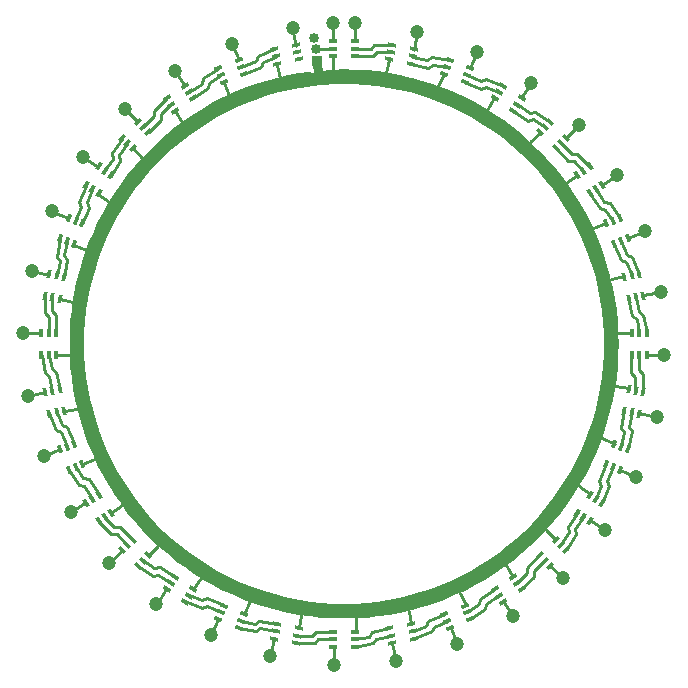
<source format=gbr>
%TF.GenerationSoftware,KiCad,Pcbnew,7.0.1-0*%
%TF.CreationDate,2023-11-10T13:36:55-08:00*%
%TF.ProjectId,ws2816b_ring_revA,77733238-3136-4625-9f72-696e675f7265,A*%
%TF.SameCoordinates,Original*%
%TF.FileFunction,Copper,L1,Top*%
%TF.FilePolarity,Positive*%
%FSLAX46Y46*%
G04 Gerber Fmt 4.6, Leading zero omitted, Abs format (unit mm)*
G04 Created by KiCad (PCBNEW 7.0.1-0) date 2023-11-10 13:36:55*
%MOMM*%
%LPD*%
G01*
G04 APERTURE LIST*
G04 Aperture macros list*
%AMHorizOval*
0 Thick line with rounded ends*
0 $1 width*
0 $2 $3 position (X,Y) of the first rounded end (center of the circle)*
0 $4 $5 position (X,Y) of the second rounded end (center of the circle)*
0 Add line between two ends*
20,1,$1,$2,$3,$4,$5,0*
0 Add two circle primitives to create the rounded ends*
1,1,$1,$2,$3*
1,1,$1,$4,$5*%
%AMRotRect*
0 Rectangle, with rotation*
0 The origin of the aperture is its center*
0 $1 length*
0 $2 width*
0 $3 Rotation angle, in degrees counterclockwise*
0 Add horizontal line*
21,1,$1,$2,0,0,$3*%
G04 Aperture macros list end*
%TA.AperFunction,SMDPad,CuDef*%
%ADD10RotRect,0.700000X0.320000X101.250000*%
%TD*%
%TA.AperFunction,SMDPad,CuDef*%
%ADD11RotRect,0.700000X0.320000X236.250000*%
%TD*%
%TA.AperFunction,SMDPad,CuDef*%
%ADD12R,0.700000X0.320000*%
%TD*%
%TA.AperFunction,SMDPad,CuDef*%
%ADD13RotRect,0.700000X0.320000X78.750000*%
%TD*%
%TA.AperFunction,SMDPad,CuDef*%
%ADD14RotRect,0.700000X0.320000X56.250000*%
%TD*%
%TA.AperFunction,SMDPad,CuDef*%
%ADD15RotRect,0.700000X0.320000X225.000000*%
%TD*%
%TA.AperFunction,SMDPad,CuDef*%
%ADD16RotRect,0.700000X0.320000X11.250000*%
%TD*%
%TA.AperFunction,SMDPad,CuDef*%
%ADD17RotRect,0.700000X0.320000X45.000000*%
%TD*%
%TA.AperFunction,SMDPad,CuDef*%
%ADD18RotRect,0.700000X0.320000X292.500000*%
%TD*%
%TA.AperFunction,SMDPad,CuDef*%
%ADD19RotRect,0.700000X0.320000X281.250000*%
%TD*%
%TA.AperFunction,SMDPad,CuDef*%
%ADD20RotRect,0.700000X0.320000X303.750000*%
%TD*%
%TA.AperFunction,SMDPad,CuDef*%
%ADD21RotRect,0.700000X0.320000X33.750000*%
%TD*%
%TA.AperFunction,SMDPad,CuDef*%
%ADD22RotRect,0.700000X0.320000X258.750000*%
%TD*%
%TA.AperFunction,SMDPad,CuDef*%
%ADD23R,0.320000X0.700000*%
%TD*%
%TA.AperFunction,SMDPad,CuDef*%
%ADD24RotRect,0.700000X0.320000X22.500000*%
%TD*%
%TA.AperFunction,SMDPad,CuDef*%
%ADD25RotRect,0.700000X0.320000X337.500000*%
%TD*%
%TA.AperFunction,SMDPad,CuDef*%
%ADD26RotRect,0.700000X0.320000X146.250000*%
%TD*%
%TA.AperFunction,SMDPad,CuDef*%
%ADD27RotRect,0.700000X0.320000X326.250000*%
%TD*%
%TA.AperFunction,SMDPad,CuDef*%
%ADD28RotRect,0.700000X0.320000X315.000000*%
%TD*%
%TA.AperFunction,SMDPad,CuDef*%
%ADD29RotRect,0.700000X0.320000X168.750000*%
%TD*%
%TA.AperFunction,SMDPad,CuDef*%
%ADD30RotRect,0.700000X0.320000X67.500000*%
%TD*%
%TA.AperFunction,SMDPad,CuDef*%
%ADD31RotRect,0.700000X0.320000X135.000000*%
%TD*%
%TA.AperFunction,SMDPad,CuDef*%
%ADD32RotRect,0.700000X0.320000X112.500000*%
%TD*%
%TA.AperFunction,SMDPad,CuDef*%
%ADD33RotRect,0.700000X0.320000X247.500000*%
%TD*%
%TA.AperFunction,SMDPad,CuDef*%
%ADD34RotRect,0.700000X0.320000X348.750000*%
%TD*%
%TA.AperFunction,SMDPad,CuDef*%
%ADD35RotRect,0.700000X0.320000X157.500000*%
%TD*%
%TA.AperFunction,SMDPad,CuDef*%
%ADD36RotRect,0.700000X0.320000X202.500000*%
%TD*%
%TA.AperFunction,SMDPad,CuDef*%
%ADD37RotRect,0.700000X0.320000X123.750000*%
%TD*%
%TA.AperFunction,SMDPad,CuDef*%
%ADD38RotRect,0.700000X0.320000X213.750000*%
%TD*%
%TA.AperFunction,ComponentPad*%
%ADD39RotRect,0.850000X0.850000X185.625000*%
%TD*%
%TA.AperFunction,ComponentPad*%
%ADD40HorizOval,0.850000X0.000000X0.000000X0.000000X0.000000X0*%
%TD*%
%TA.AperFunction,SMDPad,CuDef*%
%ADD41RotRect,0.700000X0.320000X191.250000*%
%TD*%
%TA.AperFunction,ViaPad*%
%ADD42C,1.200000*%
%TD*%
%TA.AperFunction,Conductor*%
%ADD43C,0.250000*%
%TD*%
%TA.AperFunction,Conductor*%
%ADD44C,0.750000*%
%TD*%
G04 APERTURE END LIST*
D10*
%TO.P,U24,1,BI*%
%TO.N,Net-(U23-BO)*%
X122366833Y-103957007D03*
%TO.P,U24,2,DI*%
%TO.N,Net-(U23-DO)*%
X122984727Y-103834100D03*
%TO.P,U24,3,VDD*%
%TO.N,+5V*%
X123602622Y-103711193D03*
%TO.P,U24,4,DO*%
%TO.N,Net-(U24-DO)*%
X123233901Y-101857509D03*
%TO.P,U24,5,BO*%
%TO.N,Net-(U24-BO)*%
X122616007Y-101980416D03*
%TO.P,U24,6,GND*%
%TO.N,GND*%
X121998112Y-102103323D03*
%TD*%
D11*
%TO.P,U12,1,BI*%
%TO.N,Net-(U11-BO)*%
X169155580Y-111483525D03*
%TO.P,U12,2,DI*%
%TO.N,Net-(U11-DO)*%
X168631754Y-111133516D03*
%TO.P,U12,3,VDD*%
%TO.N,+5V*%
X168107928Y-110783507D03*
%TO.P,U12,4,DO*%
%TO.N,Net-(U12-DO)*%
X167057900Y-112354985D03*
%TO.P,U12,5,BO*%
%TO.N,Net-(U12-BO)*%
X167581726Y-112704994D03*
%TO.P,U12,6,GND*%
%TO.N,GND*%
X168105552Y-113055003D03*
%TD*%
D12*
%TO.P,U1,1,BI*%
%TO.N,GND*%
X146375000Y-72400000D03*
%TO.P,U1,2,DI*%
%TO.N,DIN*%
X146375000Y-73030000D03*
%TO.P,U1,3,VDD*%
%TO.N,+5V*%
X146375000Y-73660000D03*
%TO.P,U1,4,DO*%
%TO.N,Net-(U1-DO)*%
X148265000Y-73660000D03*
%TO.P,U1,5,BO*%
%TO.N,Net-(U1-BO)*%
X148265000Y-73030000D03*
%TO.P,U1,6,GND*%
%TO.N,GND*%
X148265000Y-72400000D03*
%TD*%
D13*
%TO.P,U26,1,BI*%
%TO.N,Net-(U25-BO)*%
X121998112Y-93956676D03*
%TO.P,U26,2,DI*%
%TO.N,Net-(U25-DO)*%
X122616007Y-94079583D03*
%TO.P,U26,3,VDD*%
%TO.N,+5V*%
X123233901Y-94202490D03*
%TO.P,U26,4,DO*%
%TO.N,Net-(U26-DO)*%
X123602622Y-92348806D03*
%TO.P,U26,5,BO*%
%TO.N,Net-(U26-BO)*%
X122984727Y-92225899D03*
%TO.P,U26,6,GND*%
%TO.N,GND*%
X122366833Y-92102992D03*
%TD*%
D14*
%TO.P,U28,1,BI*%
%TO.N,Net-(U27-BO)*%
X125484419Y-84576474D03*
%TO.P,U28,2,DI*%
%TO.N,Net-(U27-DO)*%
X126008245Y-84926483D03*
%TO.P,U28,3,VDD*%
%TO.N,+5V*%
X126532071Y-85276492D03*
%TO.P,U28,4,DO*%
%TO.N,Net-(U28-DO)*%
X127582099Y-83705014D03*
%TO.P,U28,5,BO*%
%TO.N,Net-(U28-BO)*%
X127058273Y-83355005D03*
%TO.P,U28,6,GND*%
%TO.N,GND*%
X126534447Y-83004996D03*
%TD*%
D15*
%TO.P,U13,1,BI*%
%TO.N,Net-(U12-BO)*%
X166111362Y-115484930D03*
%TO.P,U13,2,DI*%
%TO.N,Net-(U12-DO)*%
X165665885Y-115039453D03*
%TO.P,U13,3,VDD*%
%TO.N,+5V*%
X165220408Y-114593976D03*
%TO.P,U13,4,DO*%
%TO.N,Net-(U13-DO)*%
X163883976Y-115930408D03*
%TO.P,U13,5,BO*%
%TO.N,Net-(U13-BO)*%
X164329453Y-116375885D03*
%TO.P,U13,6,GND*%
%TO.N,GND*%
X164774930Y-116821362D03*
%TD*%
D16*
%TO.P,U32,1,BI*%
%TO.N,Net-(U31-BO)*%
X141392992Y-73076833D03*
%TO.P,U32,2,DI*%
%TO.N,Net-(U31-DO)*%
X141515899Y-73694727D03*
%TO.P,U32,3,VDD*%
%TO.N,+5V*%
X141638806Y-74312622D03*
%TO.P,U32,4,DO*%
%TO.N,unconnected-(U32-DO-Pad4)*%
X143492490Y-73943901D03*
%TO.P,U32,5,BO*%
%TO.N,unconnected-(U32-BO-Pad5)*%
X143369583Y-73326007D03*
%TO.P,U32,6,GND*%
%TO.N,GND*%
X143246676Y-72708112D03*
%TD*%
D17*
%TO.P,U29,1,BI*%
%TO.N,Net-(U28-BO)*%
X128528637Y-80575069D03*
%TO.P,U29,2,DI*%
%TO.N,Net-(U28-DO)*%
X128974114Y-81020546D03*
%TO.P,U29,3,VDD*%
%TO.N,+5V*%
X129419591Y-81466023D03*
%TO.P,U29,4,DO*%
%TO.N,Net-(U29-DO)*%
X130756023Y-80129591D03*
%TO.P,U29,5,BO*%
%TO.N,Net-(U29-BO)*%
X130310546Y-79684114D03*
%TO.P,U29,6,GND*%
%TO.N,GND*%
X129865069Y-79238637D03*
%TD*%
D18*
%TO.P,U7,1,BI*%
%TO.N,Net-(U6-BO)*%
X170637396Y-87348757D03*
%TO.P,U7,2,DI*%
%TO.N,Net-(U6-DO)*%
X170055352Y-87589848D03*
%TO.P,U7,3,VDD*%
%TO.N,+5V*%
X169473308Y-87830938D03*
%TO.P,U7,4,DO*%
%TO.N,Net-(U7-DO)*%
X170196580Y-89577071D03*
%TO.P,U7,5,BO*%
%TO.N,Net-(U7-BO)*%
X170778624Y-89335980D03*
%TO.P,U7,6,GND*%
%TO.N,GND*%
X171360668Y-89094890D03*
%TD*%
D19*
%TO.P,U8,1,BI*%
%TO.N,Net-(U7-BO)*%
X172273166Y-92102992D03*
%TO.P,U8,2,DI*%
%TO.N,Net-(U7-DO)*%
X171655272Y-92225899D03*
%TO.P,U8,3,VDD*%
%TO.N,+5V*%
X171037377Y-92348806D03*
%TO.P,U8,4,DO*%
%TO.N,Net-(U8-DO)*%
X171406098Y-94202490D03*
%TO.P,U8,5,BO*%
%TO.N,Net-(U8-BO)*%
X172023992Y-94079583D03*
%TO.P,U8,6,GND*%
%TO.N,GND*%
X172641887Y-93956676D03*
%TD*%
D20*
%TO.P,U6,1,BI*%
%TO.N,Net-(U5-BO)*%
X168105552Y-83004996D03*
%TO.P,U6,2,DI*%
%TO.N,Net-(U5-DO)*%
X167581726Y-83355005D03*
%TO.P,U6,3,VDD*%
%TO.N,+5V*%
X167057900Y-83705014D03*
%TO.P,U6,4,DO*%
%TO.N,Net-(U6-DO)*%
X168107928Y-85276492D03*
%TO.P,U6,5,BO*%
%TO.N,Net-(U6-BO)*%
X168631754Y-84926483D03*
%TO.P,U6,6,GND*%
%TO.N,GND*%
X169155580Y-84576474D03*
%TD*%
D21*
%TO.P,U30,1,BI*%
%TO.N,Net-(U29-BO)*%
X132294996Y-77244447D03*
%TO.P,U30,2,DI*%
%TO.N,Net-(U29-DO)*%
X132645005Y-77768273D03*
%TO.P,U30,3,VDD*%
%TO.N,+5V*%
X132995014Y-78292099D03*
%TO.P,U30,4,DO*%
%TO.N,Net-(U30-DO)*%
X134566492Y-77242071D03*
%TO.P,U30,5,BO*%
%TO.N,Net-(U30-BO)*%
X134216483Y-76718245D03*
%TO.P,U30,6,GND*%
%TO.N,GND*%
X133866474Y-76194419D03*
%TD*%
D22*
%TO.P,U10,1,BI*%
%TO.N,Net-(U10-BI)*%
X172641887Y-102103323D03*
%TO.P,U10,2,DI*%
%TO.N,Net-(U10-DI)*%
X172023992Y-101980416D03*
%TO.P,U10,3,VDD*%
%TO.N,+5V*%
X171406098Y-101857509D03*
%TO.P,U10,4,DO*%
%TO.N,Net-(U10-DO)*%
X171037377Y-103711193D03*
%TO.P,U10,5,BO*%
%TO.N,Net-(U10-BO)*%
X171655272Y-103834100D03*
%TO.P,U10,6,GND*%
%TO.N,GND*%
X172273166Y-103957007D03*
%TD*%
D23*
%TO.P,U9,1,BI*%
%TO.N,Net-(U8-BO)*%
X172950000Y-97085000D03*
%TO.P,U9,2,DI*%
%TO.N,Net-(U8-DO)*%
X172320000Y-97085000D03*
%TO.P,U9,3,VDD*%
%TO.N,+5V*%
X171690000Y-97085000D03*
%TO.P,U9,4,DO*%
%TO.N,Net-(U10-DI)*%
X171690000Y-98975000D03*
%TO.P,U9,5,BO*%
%TO.N,Net-(U10-BI)*%
X172320000Y-98975000D03*
%TO.P,U9,6,GND*%
%TO.N,GND*%
X172950000Y-98975000D03*
%TD*%
D24*
%TO.P,U31,1,BI*%
%TO.N,Net-(U30-BO)*%
X136638757Y-74712603D03*
%TO.P,U31,2,DI*%
%TO.N,Net-(U30-DO)*%
X136879848Y-75294647D03*
%TO.P,U31,3,VDD*%
%TO.N,+5V*%
X137120938Y-75876691D03*
%TO.P,U31,4,DO*%
%TO.N,Net-(U31-DO)*%
X138867071Y-75153419D03*
%TO.P,U31,5,BO*%
%TO.N,Net-(U31-BO)*%
X138625980Y-74571375D03*
%TO.P,U31,6,GND*%
%TO.N,GND*%
X138384890Y-73989331D03*
%TD*%
D25*
%TO.P,U3,1,BI*%
%TO.N,Net-(U2-BO)*%
X156255109Y-73989331D03*
%TO.P,U3,2,DI*%
%TO.N,Net-(U2-DO)*%
X156014019Y-74571375D03*
%TO.P,U3,3,VDD*%
%TO.N,+5V*%
X155772928Y-75153419D03*
%TO.P,U3,4,DO*%
%TO.N,Net-(U3-DO)*%
X157519061Y-75876691D03*
%TO.P,U3,5,BO*%
%TO.N,Net-(U3-BO)*%
X157760151Y-75294647D03*
%TO.P,U3,6,GND*%
%TO.N,GND*%
X158001242Y-74712603D03*
%TD*%
D26*
%TO.P,U20,1,BI*%
%TO.N,Net-(U19-BO)*%
X133866474Y-119865580D03*
%TO.P,U20,2,DI*%
%TO.N,Net-(U19-DO)*%
X134216483Y-119341754D03*
%TO.P,U20,3,VDD*%
%TO.N,+5V*%
X134566492Y-118817928D03*
%TO.P,U20,4,DO*%
%TO.N,Net-(U20-DO)*%
X132995014Y-117767900D03*
%TO.P,U20,5,BO*%
%TO.N,Net-(U20-BO)*%
X132645005Y-118291726D03*
%TO.P,U20,6,GND*%
%TO.N,GND*%
X132294996Y-118815552D03*
%TD*%
D27*
%TO.P,U4,1,BI*%
%TO.N,Net-(U3-BO)*%
X160773525Y-76194419D03*
%TO.P,U4,2,DI*%
%TO.N,Net-(U3-DO)*%
X160423516Y-76718245D03*
%TO.P,U4,3,VDD*%
%TO.N,+5V*%
X160073507Y-77242071D03*
%TO.P,U4,4,DO*%
%TO.N,Net-(U4-DO)*%
X161644985Y-78292099D03*
%TO.P,U4,5,BO*%
%TO.N,Net-(U4-BO)*%
X161994994Y-77768273D03*
%TO.P,U4,6,GND*%
%TO.N,GND*%
X162345003Y-77244447D03*
%TD*%
D28*
%TO.P,U5,1,BI*%
%TO.N,Net-(U4-BO)*%
X164774930Y-79238637D03*
%TO.P,U5,2,DI*%
%TO.N,Net-(U4-DO)*%
X164329453Y-79684114D03*
%TO.P,U5,3,VDD*%
%TO.N,+5V*%
X163883976Y-80129591D03*
%TO.P,U5,4,DO*%
%TO.N,Net-(U5-DO)*%
X165220408Y-81466023D03*
%TO.P,U5,5,BO*%
%TO.N,Net-(U5-BO)*%
X165665885Y-81020546D03*
%TO.P,U5,6,GND*%
%TO.N,GND*%
X166111362Y-80575069D03*
%TD*%
D29*
%TO.P,U18,1,BI*%
%TO.N,Net-(U17-BO)*%
X143246676Y-123351887D03*
%TO.P,U18,2,DI*%
%TO.N,Net-(U17-DO)*%
X143369583Y-122733992D03*
%TO.P,U18,3,VDD*%
%TO.N,+5V*%
X143492490Y-122116098D03*
%TO.P,U18,4,DO*%
%TO.N,Net-(U18-DO)*%
X141638806Y-121747377D03*
%TO.P,U18,5,BO*%
%TO.N,Net-(U18-BO)*%
X141515899Y-122365272D03*
%TO.P,U18,6,GND*%
%TO.N,GND*%
X141392992Y-122983166D03*
%TD*%
D30*
%TO.P,U27,1,BI*%
%TO.N,Net-(U26-BO)*%
X123279331Y-89094890D03*
%TO.P,U27,2,DI*%
%TO.N,Net-(U26-DO)*%
X123861375Y-89335980D03*
%TO.P,U27,3,VDD*%
%TO.N,+5V*%
X124443419Y-89577071D03*
%TO.P,U27,4,DO*%
%TO.N,Net-(U27-DO)*%
X125166691Y-87830938D03*
%TO.P,U27,5,BO*%
%TO.N,Net-(U27-BO)*%
X124584647Y-87589848D03*
%TO.P,U27,6,GND*%
%TO.N,GND*%
X124002603Y-87348757D03*
%TD*%
D12*
%TO.P,U17,1,BI*%
%TO.N,Net-(U16-BO)*%
X148265000Y-123660000D03*
%TO.P,U17,2,DI*%
%TO.N,Net-(U16-DO)*%
X148265000Y-123030000D03*
%TO.P,U17,3,VDD*%
%TO.N,+5V*%
X148265000Y-122400000D03*
%TO.P,U17,4,DO*%
%TO.N,Net-(U17-DO)*%
X146375000Y-122400000D03*
%TO.P,U17,5,BO*%
%TO.N,Net-(U17-BO)*%
X146375000Y-123030000D03*
%TO.P,U17,6,GND*%
%TO.N,GND*%
X146375000Y-123660000D03*
%TD*%
D31*
%TO.P,U21,1,BI*%
%TO.N,Net-(U20-BO)*%
X129865069Y-116821362D03*
%TO.P,U21,2,DI*%
%TO.N,Net-(U20-DO)*%
X130310546Y-116375885D03*
%TO.P,U21,3,VDD*%
%TO.N,+5V*%
X130756023Y-115930408D03*
%TO.P,U21,4,DO*%
%TO.N,Net-(U21-DO)*%
X129419591Y-114593976D03*
%TO.P,U21,5,BO*%
%TO.N,Net-(U21-BO)*%
X128974114Y-115039453D03*
%TO.P,U21,6,GND*%
%TO.N,GND*%
X128528637Y-115484930D03*
%TD*%
D32*
%TO.P,U23,1,BI*%
%TO.N,Net-(U22-BO)*%
X124002603Y-108711242D03*
%TO.P,U23,2,DI*%
%TO.N,Net-(U22-DO)*%
X124584647Y-108470151D03*
%TO.P,U23,3,VDD*%
%TO.N,+5V*%
X125166691Y-108229061D03*
%TO.P,U23,4,DO*%
%TO.N,Net-(U23-DO)*%
X124443419Y-106482928D03*
%TO.P,U23,5,BO*%
%TO.N,Net-(U23-BO)*%
X123861375Y-106724019D03*
%TO.P,U23,6,GND*%
%TO.N,GND*%
X123279331Y-106965109D03*
%TD*%
D33*
%TO.P,U11,1,BI*%
%TO.N,Net-(U10-BO)*%
X171360668Y-106965109D03*
%TO.P,U11,2,DI*%
%TO.N,Net-(U10-DO)*%
X170778624Y-106724019D03*
%TO.P,U11,3,VDD*%
%TO.N,+5V*%
X170196580Y-106482928D03*
%TO.P,U11,4,DO*%
%TO.N,Net-(U11-DO)*%
X169473308Y-108229061D03*
%TO.P,U11,5,BO*%
%TO.N,Net-(U11-BO)*%
X170055352Y-108470151D03*
%TO.P,U11,6,GND*%
%TO.N,GND*%
X170637396Y-108711242D03*
%TD*%
D34*
%TO.P,U2,1,BI*%
%TO.N,Net-(U1-BO)*%
X151393323Y-72708112D03*
%TO.P,U2,2,DI*%
%TO.N,Net-(U1-DO)*%
X151270416Y-73326007D03*
%TO.P,U2,3,VDD*%
%TO.N,+5V*%
X151147509Y-73943901D03*
%TO.P,U2,4,DO*%
%TO.N,Net-(U2-DO)*%
X153001193Y-74312622D03*
%TO.P,U2,5,BO*%
%TO.N,Net-(U2-BO)*%
X153124100Y-73694727D03*
%TO.P,U2,6,GND*%
%TO.N,GND*%
X153247007Y-73076833D03*
%TD*%
D23*
%TO.P,U25,1,BI*%
%TO.N,Net-(U24-BO)*%
X121690000Y-98975000D03*
%TO.P,U25,2,DI*%
%TO.N,Net-(U24-DO)*%
X122320000Y-98975000D03*
%TO.P,U25,3,VDD*%
%TO.N,+5V*%
X122950000Y-98975000D03*
%TO.P,U25,4,DO*%
%TO.N,Net-(U25-DO)*%
X122950000Y-97085000D03*
%TO.P,U25,5,BO*%
%TO.N,Net-(U25-BO)*%
X122320000Y-97085000D03*
%TO.P,U25,6,GND*%
%TO.N,GND*%
X121690000Y-97085000D03*
%TD*%
D35*
%TO.P,U19,1,BI*%
%TO.N,Net-(U18-BO)*%
X138384890Y-122070668D03*
%TO.P,U19,2,DI*%
%TO.N,Net-(U18-DO)*%
X138625980Y-121488624D03*
%TO.P,U19,3,VDD*%
%TO.N,+5V*%
X138867071Y-120906580D03*
%TO.P,U19,4,DO*%
%TO.N,Net-(U19-DO)*%
X137120938Y-120183308D03*
%TO.P,U19,5,BO*%
%TO.N,Net-(U19-BO)*%
X136879848Y-120765352D03*
%TO.P,U19,6,GND*%
%TO.N,GND*%
X136638757Y-121347396D03*
%TD*%
D36*
%TO.P,U15,1,BI*%
%TO.N,Net-(U14-BO)*%
X158001242Y-121347396D03*
%TO.P,U15,2,DI*%
%TO.N,Net-(U14-DO)*%
X157760151Y-120765352D03*
%TO.P,U15,3,VDD*%
%TO.N,+5V*%
X157519061Y-120183308D03*
%TO.P,U15,4,DO*%
%TO.N,Net-(U15-DO)*%
X155772928Y-120906580D03*
%TO.P,U15,5,BO*%
%TO.N,Net-(U15-BO)*%
X156014019Y-121488624D03*
%TO.P,U15,6,GND*%
%TO.N,GND*%
X156255109Y-122070668D03*
%TD*%
D37*
%TO.P,U22,1,BI*%
%TO.N,Net-(U21-BO)*%
X126534447Y-113055003D03*
%TO.P,U22,2,DI*%
%TO.N,Net-(U21-DO)*%
X127058273Y-112704994D03*
%TO.P,U22,3,VDD*%
%TO.N,+5V*%
X127582099Y-112354985D03*
%TO.P,U22,4,DO*%
%TO.N,Net-(U22-DO)*%
X126532071Y-110783507D03*
%TO.P,U22,5,BO*%
%TO.N,Net-(U22-BO)*%
X126008245Y-111133516D03*
%TO.P,U22,6,GND*%
%TO.N,GND*%
X125484419Y-111483525D03*
%TD*%
D38*
%TO.P,U14,1,BI*%
%TO.N,Net-(U13-BO)*%
X162345003Y-118815552D03*
%TO.P,U14,2,DI*%
%TO.N,Net-(U13-DO)*%
X161994994Y-118291726D03*
%TO.P,U14,3,VDD*%
%TO.N,+5V*%
X161644985Y-117767900D03*
%TO.P,U14,4,DO*%
%TO.N,Net-(U14-DO)*%
X160073507Y-118817928D03*
%TO.P,U14,5,BO*%
%TO.N,Net-(U14-BO)*%
X160423516Y-119341754D03*
%TO.P,U14,6,GND*%
%TO.N,GND*%
X160773525Y-119865580D03*
%TD*%
D39*
%TO.P,J1,1,Pin_1*%
%TO.N,+5V*%
X145004139Y-74087302D03*
D40*
%TO.P,J1,2,Pin_2*%
%TO.N,DIN*%
X144906122Y-73092117D03*
%TO.P,J1,3,Pin_3*%
%TO.N,GND*%
X144808105Y-72096933D03*
%TD*%
D41*
%TO.P,U16,1,BI*%
%TO.N,Net-(U15-BO)*%
X153247007Y-122983166D03*
%TO.P,U16,2,DI*%
%TO.N,Net-(U15-DO)*%
X153124100Y-122365272D03*
%TO.P,U16,3,VDD*%
%TO.N,+5V*%
X153001193Y-121747377D03*
%TO.P,U16,4,DO*%
%TO.N,Net-(U16-DO)*%
X151147509Y-122116098D03*
%TO.P,U16,5,BO*%
%TO.N,Net-(U16-BO)*%
X151270416Y-122733992D03*
%TO.P,U16,6,GND*%
%TO.N,GND*%
X151393323Y-123351887D03*
%TD*%
D42*
%TO.N,GND*%
X121870126Y-107504134D03*
X165821735Y-117892480D03*
X136060716Y-122701313D03*
X153523283Y-71633728D03*
X120171941Y-97071120D03*
X173768546Y-104190685D03*
X125233524Y-82224958D03*
X131426175Y-120062956D03*
X120877622Y-91866800D03*
X120519311Y-102420995D03*
X151693296Y-124850090D03*
X137808719Y-72607628D03*
X163159549Y-75970575D03*
X174124516Y-93639244D03*
X128799306Y-78131548D03*
X146368155Y-70896523D03*
X122587669Y-86814113D03*
X142950396Y-71295241D03*
X146427800Y-125176689D03*
X148271844Y-70879969D03*
X172764232Y-88492573D03*
X158551579Y-73309797D03*
X127448149Y-116584992D03*
X167197066Y-79520904D03*
X172055514Y-109285548D03*
X170426815Y-83766498D03*
X133011457Y-74928551D03*
X161616102Y-121097325D03*
X174429470Y-98988436D03*
X156911589Y-123451878D03*
X141066890Y-124481994D03*
X169409175Y-113820382D03*
X124209765Y-112296016D03*
%TD*%
D43*
%TO.N,+5V*%
X169469928Y-87803989D02*
X168405871Y-88244736D01*
X124430191Y-89630439D02*
X125494245Y-90071187D01*
X170212992Y-106469222D02*
X169148936Y-106028475D01*
X160037878Y-77228256D02*
X159398013Y-78185881D01*
X145211418Y-75335999D02*
X145131197Y-75271327D01*
X143469643Y-122125438D02*
X143694334Y-120995844D01*
X165197228Y-114585432D02*
X164382835Y-113771038D01*
X129423813Y-81438596D02*
X130238204Y-82252990D01*
X171027847Y-92321204D02*
X169898250Y-92545895D01*
X126491204Y-85346627D02*
X127448827Y-85986493D01*
X137120136Y-75901930D02*
X137560880Y-76965986D01*
X132978791Y-78293890D02*
X133618654Y-79251516D01*
X171411989Y-101787932D02*
X170282393Y-101563241D01*
X171649440Y-97091592D02*
X170497713Y-97091592D01*
X163890016Y-80145411D02*
X163075622Y-80959804D01*
X123615978Y-103739035D02*
X124745573Y-103514346D01*
X157600172Y-120157576D02*
X157159427Y-119093520D01*
X167061474Y-83733832D02*
X166103848Y-84373697D01*
X161648768Y-117731986D02*
X161008904Y-116774360D01*
X151120529Y-73990286D02*
X150895838Y-75119881D01*
X125164428Y-108192718D02*
X126228484Y-107751973D01*
X155735252Y-75152320D02*
X155294505Y-76216376D01*
X122951970Y-98967964D02*
X124103694Y-98967965D01*
X123234178Y-94269553D02*
X124363772Y-94494245D01*
X146375000Y-74811726D02*
X146385638Y-74822364D01*
X141632357Y-74391908D02*
X141857045Y-75521503D01*
X138877042Y-120858792D02*
X139317789Y-119794737D01*
X130755197Y-115960486D02*
X131569591Y-115146094D01*
X148324643Y-122396660D02*
X148324644Y-121244936D01*
X127575104Y-112328683D02*
X128532730Y-111688819D01*
X134547844Y-118805277D02*
X135187709Y-117847653D01*
X146375000Y-73660000D02*
X146375000Y-74811726D01*
X153011335Y-121753423D02*
X152786646Y-120623828D01*
D44*
X145004139Y-74087302D02*
X145131197Y-75271327D01*
D43*
X168151495Y-110698713D02*
X167193870Y-110058848D01*
%TO.N,DIN*%
X144968239Y-73030000D02*
X144906122Y-73092117D01*
X146375000Y-73030000D02*
X144968239Y-73030000D01*
%TO.N,GND*%
X153220027Y-73123217D02*
X153515235Y-71639105D01*
X166117402Y-80590889D02*
X167187387Y-79520903D01*
X123989379Y-87402126D02*
X122591372Y-86823052D01*
X146368155Y-70896523D02*
X146375000Y-70903368D01*
X128527813Y-115515005D02*
X127457825Y-116584993D01*
X146434643Y-123656657D02*
X146434643Y-125169848D01*
X148265000Y-72400000D02*
X148265000Y-70886813D01*
X160777307Y-119829663D02*
X161617991Y-121087834D01*
X138384091Y-74014574D02*
X137805018Y-72616566D01*
X172279057Y-103887430D02*
X173763170Y-104182638D01*
X141370145Y-122992504D02*
X141074936Y-124476619D01*
X169159153Y-84605292D02*
X170417322Y-83764609D01*
X143240231Y-72787402D02*
X142945022Y-71303285D01*
X146375000Y-70903368D02*
X146375000Y-72400000D01*
X133850255Y-76196214D02*
X133009571Y-74938040D01*
X170653807Y-108697535D02*
X172051811Y-109276607D01*
X148271844Y-71192611D02*
X148271844Y-70879969D01*
X123277072Y-106928764D02*
X121879065Y-107507837D01*
X156336220Y-122044933D02*
X156915293Y-123442938D01*
X132276349Y-118802897D02*
X131435665Y-120061069D01*
X122367114Y-92170054D02*
X120882998Y-91874845D01*
X164751749Y-116812817D02*
X165821736Y-117882803D01*
X168149117Y-112970208D02*
X169407288Y-113810891D01*
X136648729Y-121299605D02*
X136069656Y-122697611D01*
X172632357Y-93929075D02*
X174116469Y-93633866D01*
X148265000Y-70886813D02*
X148271844Y-70879969D01*
X157963565Y-74711504D02*
X158542637Y-73313501D01*
X171357288Y-89067941D02*
X172755290Y-88488868D01*
X121691974Y-97077962D02*
X120178783Y-97077962D01*
X151403464Y-123357930D02*
X151698673Y-124842045D01*
X122011472Y-102131162D02*
X120527356Y-102426371D01*
X125477428Y-111457220D02*
X124219255Y-112297904D01*
X172909439Y-98981593D02*
X174422627Y-98981592D01*
X162309374Y-77230633D02*
X163150056Y-75972463D01*
X126493585Y-83075132D02*
X125235412Y-82234447D01*
X148267092Y-71197363D02*
X148271844Y-71192611D01*
X129869295Y-79211212D02*
X128799307Y-78141223D01*
%TO.N,Net-(U1-DO)*%
X149777525Y-73660000D02*
X148265000Y-73660000D01*
X150111518Y-73326007D02*
X149777525Y-73660000D01*
X151270416Y-73326007D02*
X150111518Y-73326007D01*
%TO.N,Net-(U1-BO)*%
X149564456Y-73030000D02*
X149886344Y-72708112D01*
X149886344Y-72708112D02*
X151393323Y-72708112D01*
X148265000Y-73030000D02*
X149564456Y-73030000D01*
%TO.N,Net-(U2-DO)*%
X154457675Y-74654085D02*
X152974213Y-74359006D01*
X154850409Y-74391669D02*
X154457675Y-74654085D01*
X155987039Y-74617758D02*
X154850409Y-74391669D01*
%TO.N,Net-(U2-BO)*%
X154750107Y-73741717D02*
X156228130Y-74035714D01*
X154371607Y-73994623D02*
X154750107Y-73741717D01*
X153097120Y-73741112D02*
X154371607Y-73994623D01*
%TO.N,Net-(U3-DO)*%
X160385839Y-76717145D02*
X159315157Y-76273654D01*
X158878775Y-76454410D02*
X157481384Y-75875591D01*
X159315157Y-76273654D02*
X158878775Y-76454410D01*
%TO.N,Net-(U3-BO)*%
X159343582Y-75616623D02*
X160735849Y-76193319D01*
X157722475Y-75293548D02*
X158923015Y-75790828D01*
X158923015Y-75790828D02*
X159343582Y-75616623D01*
%TO.N,Net-(U4-DO)*%
X163330235Y-79026449D02*
X162866974Y-79118598D01*
X164293823Y-79670298D02*
X163330235Y-79026449D01*
X162866974Y-79118598D02*
X161609355Y-78278283D01*
%TO.N,Net-(U4-BO)*%
X163039822Y-78476397D02*
X163486294Y-78387588D01*
X163486294Y-78387588D02*
X164739301Y-79224821D01*
X161959365Y-77754459D02*
X163039822Y-78476397D01*
%TO.N,Net-(U5-DO)*%
X166768301Y-82551359D02*
X166295964Y-82551360D01*
X167587765Y-83370823D02*
X166768301Y-82551359D01*
X166295964Y-82551360D02*
X165226447Y-81481842D01*
%TO.N,Net-(U5-BO)*%
X167045997Y-81955219D02*
X168111592Y-83020814D01*
X166590778Y-81955219D02*
X167045997Y-81955219D01*
X165671925Y-81036366D02*
X166590778Y-81955219D01*
%TO.N,Net-(U6-DO)*%
X170058925Y-87618664D02*
X169415076Y-86655076D01*
X168951815Y-86562929D02*
X168111501Y-85305309D01*
X169415076Y-86655076D02*
X168951815Y-86562929D01*
%TO.N,Net-(U6-BO)*%
X169357265Y-86035758D02*
X169803738Y-86124567D01*
X169803738Y-86124567D02*
X170640970Y-87377574D01*
X168635327Y-84955301D02*
X169357265Y-86035758D01*
%TO.N,Net-(U7-DO)*%
X170772017Y-90947513D02*
X170193199Y-89550121D01*
X171651891Y-92198949D02*
X171208400Y-91128267D01*
X171208400Y-91128267D02*
X170772017Y-90947513D01*
%TO.N,Net-(U7-BO)*%
X171693091Y-90683776D02*
X172269786Y-92076043D01*
X171272523Y-90509571D02*
X171693091Y-90683776D01*
X170775243Y-89309032D02*
X171272523Y-90509571D01*
%TO.N,Net-(U8-DO)*%
X172310470Y-97057396D02*
X172084381Y-95920766D01*
X171691646Y-95658351D02*
X171396567Y-94174888D01*
X172084381Y-95920766D02*
X171691646Y-95658351D01*
%TO.N,Net-(U8-BO)*%
X172267973Y-95326468D02*
X172646474Y-95579374D01*
X172014462Y-94051982D02*
X172267973Y-95326468D01*
X172646474Y-95579374D02*
X172940470Y-97057397D01*
%TO.N,Net-(U10-DI)*%
X171983433Y-100828109D02*
X171649439Y-100494117D01*
X171983432Y-101987007D02*
X171983433Y-100828109D01*
X171649439Y-100494117D02*
X171649439Y-98981592D01*
%TO.N,Net-(U10-BI)*%
X172279439Y-98981593D02*
X172279439Y-100281047D01*
X172279439Y-100281047D02*
X172601328Y-100602936D01*
X172601328Y-100602936D02*
X172601327Y-102109915D01*
%TO.N,Net-(U10-DO)*%
X170784516Y-106654441D02*
X171010607Y-105517811D01*
X170748189Y-105125078D02*
X171043268Y-103641616D01*
X171010607Y-105517811D02*
X170748189Y-105125078D01*
%TO.N,Net-(U10-BO)*%
X171661162Y-103764524D02*
X171407651Y-105039009D01*
X171660558Y-105417510D02*
X171366560Y-106895533D01*
X171407651Y-105039009D02*
X171660558Y-105417510D01*
%TO.N,Net-(U11-DO)*%
X169091659Y-110049126D02*
X168910901Y-109612744D01*
X168648167Y-111119808D02*
X169091659Y-110049126D01*
X168910901Y-109612744D02*
X169489720Y-108215354D01*
%TO.N,Net-(U11-BO)*%
X169748689Y-110077552D02*
X169171992Y-111469819D01*
X169574483Y-109656984D02*
X169748689Y-110077552D01*
X170071763Y-108456445D02*
X169574483Y-109656984D01*
%TO.N,Net-(U12-DO)*%
X166353303Y-113991069D02*
X166261152Y-113527808D01*
X166261152Y-113527808D02*
X167101467Y-112270190D01*
X165709453Y-114954657D02*
X166353303Y-113991069D01*
%TO.N,Net-(U12-BO)*%
X166903353Y-113700656D02*
X166992163Y-114147129D01*
X166992163Y-114147129D02*
X166154929Y-115400136D01*
X167625291Y-112620200D02*
X166903353Y-113700656D01*
%TO.N,Net-(U13-DO)*%
X162791281Y-117463716D02*
X162791279Y-116991379D01*
X161971816Y-118283180D02*
X162791281Y-117463716D01*
X162791279Y-116991379D02*
X163860796Y-115921863D01*
%TO.N,Net-(U13-BO)*%
X163387420Y-117741413D02*
X162321824Y-118807007D01*
X164306272Y-116367341D02*
X163387419Y-117286193D01*
X163387419Y-117286193D02*
X163387420Y-117741413D01*
%TO.N,Net-(U14-DO)*%
X158819671Y-119622326D02*
X160077290Y-118782013D01*
X158727525Y-120085587D02*
X158819671Y-119622326D01*
X157763936Y-120729436D02*
X158727525Y-120085587D01*
%TO.N,Net-(U14-BO)*%
X159346841Y-120027776D02*
X159258033Y-120474249D01*
X160427298Y-119305839D02*
X159346841Y-120027776D01*
X159258033Y-120474249D02*
X158005025Y-121311481D01*
%TO.N,Net-(U15-DO)*%
X153205213Y-122339538D02*
X154275896Y-121896047D01*
X154275896Y-121896047D02*
X154456649Y-121459664D01*
X154456649Y-121459664D02*
X155854040Y-120880847D01*
%TO.N,Net-(U15-BO)*%
X156095129Y-121462891D02*
X154894590Y-121960170D01*
X154720386Y-122380738D02*
X153328118Y-122957433D01*
X154894590Y-121960170D02*
X154720386Y-122380738D01*
%TO.N,Net-(U16-DO)*%
X149674189Y-122417221D02*
X151157651Y-122122143D01*
X148275144Y-123036045D02*
X149411775Y-122809956D01*
X149411775Y-122809956D02*
X149674189Y-122417221D01*
%TO.N,Net-(U16-BO)*%
X150006071Y-122993548D02*
X149753166Y-123372049D01*
X151280556Y-122740038D02*
X150006071Y-122993548D01*
X149753166Y-123372049D02*
X148275142Y-123666045D01*
%TO.N,Net-(U17-DO)*%
X143429229Y-122730652D02*
X144588128Y-122730653D01*
X144588128Y-122730653D02*
X144922119Y-122396659D01*
X144922119Y-122396659D02*
X146434643Y-122396660D01*
%TO.N,Net-(U17-BO)*%
X145135188Y-123026659D02*
X144813301Y-123348548D01*
X144813301Y-123348548D02*
X143306321Y-123348547D01*
X146434641Y-123026660D02*
X145135188Y-123026659D01*
%TO.N,Net-(U18-DO)*%
X140132497Y-121461638D02*
X141615958Y-121756717D01*
X138603134Y-121497965D02*
X139739765Y-121724056D01*
X139739765Y-121724056D02*
X140132497Y-121461638D01*
%TO.N,Net-(U18-BO)*%
X140218565Y-122121100D02*
X139840066Y-122374007D01*
X141493049Y-122374612D02*
X140218565Y-122121100D01*
X139840066Y-122374007D02*
X138362042Y-122080009D01*
%TO.N,Net-(U19-DO)*%
X134226456Y-119293967D02*
X135297139Y-119737459D01*
X135733520Y-119556701D02*
X137130909Y-120135519D01*
X135297139Y-119737459D02*
X135733520Y-119556701D01*
%TO.N,Net-(U19-BO)*%
X136889817Y-120717563D02*
X135689279Y-120220283D01*
X135689279Y-120220283D02*
X135268713Y-120394489D01*
X135268713Y-120394489D02*
X133876445Y-119817792D01*
%TO.N,Net-(U20-DO)*%
X131718749Y-116914934D02*
X132976366Y-117755248D01*
X131255489Y-117007085D02*
X131718749Y-116914934D01*
X130291900Y-116363235D02*
X131255489Y-117007085D01*
%TO.N,Net-(U20-BO)*%
X131099429Y-117645945D02*
X129846421Y-116808711D01*
X132626355Y-118279073D02*
X131545900Y-117557135D01*
X131545900Y-117557135D02*
X131099429Y-117645945D01*
%TO.N,Net-(U21-DO)*%
X128349250Y-113554537D02*
X129418765Y-114624053D01*
X127876914Y-113554539D02*
X128349250Y-113554537D01*
X127057449Y-112735074D02*
X127876914Y-113554539D01*
%TO.N,Net-(U21-BO)*%
X127599217Y-114150678D02*
X126533622Y-113085082D01*
X128054435Y-114150677D02*
X127599217Y-114150678D01*
X128973287Y-115069529D02*
X128054435Y-114150677D01*
%TO.N,Net-(U22-DO)*%
X125221504Y-109407440D02*
X125684764Y-109499586D01*
X124577654Y-108443851D02*
X125221504Y-109407440D01*
X125684764Y-109499586D02*
X126525076Y-110757204D01*
%TO.N,Net-(U22-BO)*%
X126001250Y-111107212D02*
X125279313Y-110026756D01*
X124832841Y-109937948D02*
X123995609Y-108684940D01*
X125279313Y-110026756D02*
X124832841Y-109937948D01*
%TO.N,Net-(U23-DO)*%
X123425958Y-104868442D02*
X123862340Y-105049195D01*
X123862340Y-105049195D02*
X124441156Y-106446585D01*
X122982466Y-103797759D02*
X123425958Y-104868442D01*
%TO.N,Net-(U23-BO)*%
X123859112Y-106687674D02*
X123361833Y-105487136D01*
X123361833Y-105487136D02*
X122941266Y-105312932D01*
X122941266Y-105312932D02*
X122364571Y-103920664D01*
%TO.N,Net-(U24-DO)*%
X122333356Y-99002844D02*
X122559446Y-100139475D01*
X122952180Y-100401889D02*
X123247257Y-101885350D01*
X122559446Y-100139475D02*
X122952180Y-100401889D01*
%TO.N,Net-(U24-BO)*%
X122629363Y-102008255D02*
X122375852Y-100733771D01*
X122375852Y-100733771D02*
X121997352Y-100480866D01*
X121997352Y-100480866D02*
X121703356Y-99002842D01*
%TO.N,Net-(U25-DO)*%
X122951971Y-95565440D02*
X122951969Y-97077963D01*
X122617978Y-95231449D02*
X122951971Y-95565440D01*
X122617978Y-94072550D02*
X122617978Y-95231449D01*
%TO.N,Net-(U25-BO)*%
X122321970Y-97077961D02*
X122321970Y-95778509D01*
X122000082Y-95456622D02*
X122000083Y-93949642D01*
X122321970Y-95778509D02*
X122000082Y-95456622D01*
%TO.N,Net-(U26-DO)*%
X123861651Y-89403045D02*
X123635561Y-90539676D01*
X123635561Y-90539676D02*
X123897978Y-90932408D01*
X123897978Y-90932408D02*
X123602898Y-92415868D01*
%TO.N,Net-(U26-BO)*%
X122985609Y-90639977D02*
X123279607Y-89161953D01*
X122985005Y-92292959D02*
X123238515Y-91018476D01*
X123238515Y-91018476D02*
X122985609Y-90639977D01*
%TO.N,Net-(U27-DO)*%
X125551524Y-86050537D02*
X125732281Y-86486918D01*
X125732281Y-86486918D02*
X125153462Y-87884306D01*
X125995015Y-84979854D02*
X125551524Y-86050537D01*
%TO.N,Net-(U27-BO)*%
X124894493Y-86022111D02*
X125471190Y-84629843D01*
X125068698Y-86442677D02*
X124894493Y-86022111D01*
X124571420Y-87643214D02*
X125068698Y-86442677D01*
%TO.N,Net-(U28-DO)*%
X128933245Y-81090684D02*
X128289396Y-82054273D01*
X128381546Y-82517533D02*
X127541232Y-83775149D01*
X128289396Y-82054273D02*
X128381546Y-82517533D01*
%TO.N,Net-(U28-BO)*%
X127017408Y-83425138D02*
X127739344Y-82344683D01*
X127739344Y-82344683D02*
X127650535Y-81898213D01*
X127650535Y-81898213D02*
X128487769Y-80645205D01*
%TO.N,Net-(U29-DO)*%
X131829761Y-79032650D02*
X130760245Y-80102164D01*
X131829760Y-78560314D02*
X131829761Y-79032650D01*
X132649224Y-77740849D02*
X131829760Y-78560314D01*
%TO.N,Net-(U29-BO)*%
X130314770Y-79656686D02*
X131233621Y-78737834D01*
X131233620Y-78282617D02*
X132299216Y-77217021D01*
X131233621Y-78737834D02*
X131233620Y-78282617D01*
%TO.N,Net-(U30-DO)*%
X135900034Y-75940291D02*
X135807887Y-76403551D01*
X136863622Y-75296441D02*
X135900034Y-75940291D01*
X135807887Y-76403551D02*
X134550269Y-77243862D01*
%TO.N,Net-(U30-BO)*%
X135280717Y-75998099D02*
X135369524Y-75551628D01*
X134200262Y-76720036D02*
X135280717Y-75998099D01*
X135369524Y-75551628D02*
X136622533Y-74714395D01*
%TO.N,Net-(U31-DO)*%
X140444412Y-74163461D02*
X140263658Y-74599842D01*
X140263658Y-74599842D02*
X138866269Y-75178658D01*
X141515094Y-73719969D02*
X140444412Y-74163461D01*
%TO.N,Net-(U31-BO)*%
X139825717Y-74099335D02*
X139999920Y-73678768D01*
X139999920Y-73678768D02*
X141392189Y-73102073D01*
X138625180Y-74596614D02*
X139825717Y-74099335D01*
%TD*%
%TA.AperFunction,Conductor*%
%TO.N,+5V*%
G36*
X148278251Y-74799808D02*
G01*
X148283364Y-74800019D01*
X149237440Y-74859253D01*
X149242526Y-74859676D01*
X150193335Y-74958285D01*
X150198360Y-74958912D01*
X151144304Y-75096732D01*
X151149301Y-75097566D01*
X152088744Y-75274360D01*
X152093756Y-75275411D01*
X153025054Y-75490869D01*
X153029981Y-75492116D01*
X153951617Y-75745886D01*
X153956514Y-75747344D01*
X154866833Y-76038970D01*
X154871644Y-76040621D01*
X155420798Y-76241927D01*
X155769148Y-76369623D01*
X155773923Y-76371486D01*
X156657060Y-76737293D01*
X156661753Y-76739352D01*
X157529011Y-77141339D01*
X157533574Y-77143570D01*
X158383513Y-77581069D01*
X158387968Y-77583479D01*
X159219121Y-78055742D01*
X159223492Y-78058347D01*
X160034362Y-78564516D01*
X160038652Y-78567319D01*
X160827918Y-79106570D01*
X160832090Y-79109549D01*
X161598412Y-79680968D01*
X161602448Y-79684109D01*
X162344492Y-80286699D01*
X162348345Y-80289962D01*
X163066797Y-80924419D01*
X163758406Y-81588014D01*
X163761985Y-81591593D01*
X164292287Y-82144282D01*
X164423800Y-82281347D01*
X164427271Y-82285117D01*
X165060024Y-83001639D01*
X165063303Y-83005511D01*
X165665884Y-83747543D01*
X165669031Y-83751587D01*
X166240450Y-84517909D01*
X166243429Y-84522081D01*
X166782680Y-85311347D01*
X166785483Y-85315637D01*
X167291642Y-86126491D01*
X167294266Y-86130894D01*
X167766505Y-86962005D01*
X167768944Y-86966513D01*
X168206419Y-87816404D01*
X168208670Y-87821009D01*
X168610647Y-88688246D01*
X168612706Y-88692939D01*
X168978513Y-89576076D01*
X168980376Y-89580851D01*
X169309371Y-90478337D01*
X169311035Y-90483185D01*
X169602652Y-91393478D01*
X169604115Y-91398390D01*
X169857877Y-92319997D01*
X169859135Y-92324966D01*
X170074587Y-93256239D01*
X170075639Y-93261255D01*
X170252428Y-94200669D01*
X170253271Y-94205724D01*
X170391083Y-95151608D01*
X170391717Y-95156694D01*
X170490322Y-96107462D01*
X170490746Y-96112570D01*
X170549979Y-97066631D01*
X170550191Y-97071752D01*
X170569947Y-98027436D01*
X170569947Y-98032562D01*
X170550191Y-98988247D01*
X170549979Y-98993368D01*
X170490746Y-99947429D01*
X170490322Y-99952537D01*
X170391717Y-100903305D01*
X170391083Y-100908391D01*
X170253271Y-101854275D01*
X170252428Y-101859330D01*
X170075639Y-102798744D01*
X170074587Y-102803760D01*
X169859135Y-103735033D01*
X169857877Y-103740002D01*
X169604115Y-104661609D01*
X169602652Y-104666521D01*
X169311035Y-105576814D01*
X169309371Y-105581662D01*
X168980376Y-106479148D01*
X168978513Y-106483923D01*
X168612706Y-107367060D01*
X168610647Y-107371753D01*
X168208670Y-108238990D01*
X168206419Y-108243595D01*
X167768944Y-109093486D01*
X167766505Y-109097994D01*
X167294266Y-109929105D01*
X167291642Y-109933508D01*
X166785483Y-110744362D01*
X166782680Y-110748652D01*
X166243429Y-111537918D01*
X166240450Y-111542090D01*
X165669031Y-112308412D01*
X165665884Y-112312456D01*
X165458005Y-112568444D01*
X165063323Y-113054463D01*
X165060024Y-113058359D01*
X164499269Y-113693351D01*
X164499269Y-113693352D01*
X164425581Y-113776797D01*
X164319784Y-113887060D01*
X163762008Y-114468383D01*
X163758383Y-114472008D01*
X163068652Y-115133800D01*
X163064882Y-115137271D01*
X162348360Y-115770024D01*
X162344463Y-115773323D01*
X162027213Y-116030952D01*
X161602456Y-116375884D01*
X161598412Y-116379031D01*
X160832090Y-116950450D01*
X160827918Y-116953429D01*
X160038652Y-117492680D01*
X160034362Y-117495483D01*
X159223508Y-118001642D01*
X159219105Y-118004266D01*
X158387994Y-118476505D01*
X158383486Y-118478944D01*
X157533595Y-118916419D01*
X157528990Y-118918670D01*
X156661753Y-119320647D01*
X156657060Y-119322706D01*
X155773923Y-119688513D01*
X155769148Y-119690376D01*
X154871662Y-120019371D01*
X154866814Y-120021035D01*
X153956521Y-120312652D01*
X153951609Y-120314115D01*
X153030002Y-120567877D01*
X153025033Y-120569135D01*
X152093760Y-120784587D01*
X152088744Y-120785639D01*
X151149330Y-120962428D01*
X151144275Y-120963271D01*
X150198391Y-121101083D01*
X150193305Y-121101717D01*
X149242537Y-121200322D01*
X149237429Y-121200746D01*
X148283368Y-121259979D01*
X148278247Y-121260191D01*
X147322563Y-121279947D01*
X147317437Y-121279947D01*
X146361752Y-121260191D01*
X146356631Y-121259979D01*
X145402570Y-121200746D01*
X145397462Y-121200322D01*
X144446694Y-121101717D01*
X144441608Y-121101083D01*
X143495724Y-120963271D01*
X143490669Y-120962428D01*
X142551255Y-120785639D01*
X142546239Y-120784587D01*
X141614966Y-120569135D01*
X141609997Y-120567877D01*
X140688390Y-120314115D01*
X140683478Y-120312652D01*
X139773185Y-120021035D01*
X139768337Y-120019371D01*
X138870851Y-119690376D01*
X138866076Y-119688513D01*
X137982939Y-119322706D01*
X137978246Y-119320647D01*
X137111009Y-118918670D01*
X137106404Y-118916419D01*
X136256503Y-118478939D01*
X136252005Y-118476505D01*
X135557697Y-118081998D01*
X135420893Y-118004265D01*
X135416491Y-118001642D01*
X134605637Y-117495483D01*
X134601347Y-117492680D01*
X133812081Y-116953429D01*
X133807909Y-116950450D01*
X133041587Y-116379031D01*
X133037543Y-116375884D01*
X132896967Y-116261727D01*
X132295511Y-115773303D01*
X132291639Y-115770024D01*
X131680453Y-115230293D01*
X131573203Y-115135581D01*
X130881593Y-114471985D01*
X130878014Y-114468406D01*
X130216199Y-113778652D01*
X130212728Y-113774882D01*
X129754900Y-113256443D01*
X129579962Y-113058345D01*
X129576699Y-113054492D01*
X128974109Y-112312448D01*
X128970968Y-112308412D01*
X128399549Y-111542090D01*
X128396570Y-111537918D01*
X127857319Y-110748652D01*
X127854516Y-110744362D01*
X127653938Y-110423041D01*
X127348347Y-109933492D01*
X127345733Y-109929105D01*
X126873479Y-109097968D01*
X126871069Y-109093513D01*
X126433570Y-108243574D01*
X126431339Y-108239011D01*
X126029352Y-107371753D01*
X126027293Y-107367060D01*
X125661486Y-106483923D01*
X125659623Y-106479148D01*
X125330628Y-105581662D01*
X125328964Y-105576814D01*
X125274557Y-105406982D01*
X125037344Y-104666514D01*
X125035884Y-104661609D01*
X124782116Y-103739981D01*
X124780864Y-103735033D01*
X124752030Y-103610401D01*
X124565411Y-102803756D01*
X124564360Y-102798744D01*
X124387566Y-101859301D01*
X124386732Y-101854304D01*
X124248912Y-100908360D01*
X124248285Y-100903335D01*
X124149676Y-99952526D01*
X124149253Y-99947429D01*
X124146829Y-99908392D01*
X124090019Y-98993364D01*
X124089808Y-98988247D01*
X124079718Y-98500135D01*
X124070052Y-98032516D01*
X124070052Y-98030000D01*
X125314542Y-98030000D01*
X125334370Y-98963928D01*
X125393819Y-99896206D01*
X125492776Y-100825072D01*
X125492778Y-100825085D01*
X125630920Y-101747934D01*
X125631072Y-101748945D01*
X125808450Y-102666097D01*
X126024591Y-103574883D01*
X126279118Y-104473713D01*
X126571544Y-105360874D01*
X126571549Y-105360889D01*
X126571551Y-105360893D01*
X126653036Y-105576814D01*
X126901381Y-106234886D01*
X127268001Y-107094076D01*
X127601822Y-107792674D01*
X127670758Y-107936939D01*
X128108925Y-108761950D01*
X128581712Y-109567621D01*
X129066113Y-110318175D01*
X129088272Y-110352508D01*
X129627676Y-111115175D01*
X130196075Y-111850526D01*
X130198968Y-111854268D01*
X130801113Y-112568449D01*
X131267119Y-113075803D01*
X131433037Y-113256443D01*
X132093556Y-113916962D01*
X132093568Y-113916973D01*
X132093569Y-113916974D01*
X132781551Y-114548887D01*
X133495732Y-115151032D01*
X134234825Y-115722324D01*
X134997499Y-116261733D01*
X135782379Y-116768288D01*
X136588050Y-117241075D01*
X137413061Y-117679242D01*
X138255925Y-118081999D01*
X138429078Y-118155884D01*
X139115113Y-118448618D01*
X139115118Y-118448620D01*
X139115123Y-118448622D01*
X139989107Y-118778449D01*
X140876301Y-119070886D01*
X141775108Y-119325406D01*
X141775113Y-119325407D01*
X141775116Y-119325408D01*
X142307443Y-119452014D01*
X142683906Y-119541550D01*
X143601060Y-119718929D01*
X144524915Y-119857222D01*
X145453807Y-119956182D01*
X146386062Y-120015629D01*
X147320000Y-120035457D01*
X148253938Y-120015629D01*
X149186193Y-119956182D01*
X150115085Y-119857222D01*
X151038940Y-119718929D01*
X151956094Y-119541550D01*
X152864892Y-119325406D01*
X153763699Y-119070886D01*
X154650893Y-118778449D01*
X155524877Y-118448622D01*
X156384075Y-118081999D01*
X157226939Y-117679242D01*
X158051950Y-117241075D01*
X158857621Y-116768288D01*
X159642501Y-116261733D01*
X160405175Y-115722324D01*
X161144268Y-115151032D01*
X161858449Y-114548887D01*
X162546431Y-113916974D01*
X163206974Y-113256431D01*
X163838887Y-112568449D01*
X164441032Y-111854268D01*
X165012324Y-111115175D01*
X165551733Y-110352501D01*
X166058288Y-109567621D01*
X166531075Y-108761950D01*
X166969242Y-107936939D01*
X167371999Y-107094075D01*
X167738622Y-106234877D01*
X168068449Y-105360893D01*
X168360886Y-104473699D01*
X168615406Y-103574892D01*
X168831550Y-102666094D01*
X169008929Y-101748940D01*
X169147222Y-100825085D01*
X169246182Y-99896193D01*
X169305629Y-98963938D01*
X169325457Y-98030000D01*
X169305629Y-97096062D01*
X169246182Y-96163807D01*
X169147222Y-95234915D01*
X169008929Y-94311060D01*
X168831550Y-93393906D01*
X168615406Y-92485108D01*
X168360886Y-91586301D01*
X168093384Y-90774755D01*
X168068455Y-90699125D01*
X168068454Y-90699123D01*
X168068449Y-90699107D01*
X167738622Y-89825123D01*
X167724322Y-89791611D01*
X167394988Y-89019800D01*
X167371999Y-88965925D01*
X166969242Y-88123061D01*
X166531075Y-87298050D01*
X166058288Y-86492379D01*
X165551733Y-85707499D01*
X165012324Y-84944825D01*
X164441032Y-84205732D01*
X163838887Y-83491551D01*
X163206974Y-82803569D01*
X163206973Y-82803568D01*
X163206962Y-82803556D01*
X162546443Y-82143037D01*
X162328376Y-81942742D01*
X161858449Y-81511113D01*
X161144268Y-80908968D01*
X161114807Y-80886196D01*
X160405175Y-80337676D01*
X159642508Y-79798272D01*
X159642501Y-79798267D01*
X158857621Y-79291712D01*
X158051950Y-78818925D01*
X157226939Y-78380758D01*
X157226935Y-78380756D01*
X156384076Y-77978001D01*
X155524886Y-77611381D01*
X154650874Y-77281544D01*
X153763713Y-76989118D01*
X152864883Y-76734591D01*
X151956097Y-76518450D01*
X151038945Y-76341072D01*
X151038940Y-76341071D01*
X150115085Y-76202778D01*
X150115086Y-76202778D01*
X150115072Y-76202776D01*
X149186206Y-76103819D01*
X149186196Y-76103818D01*
X149186193Y-76103818D01*
X148876581Y-76084075D01*
X148253928Y-76044370D01*
X147319999Y-76024542D01*
X146386071Y-76044370D01*
X145641282Y-76091863D01*
X145453807Y-76103818D01*
X145453804Y-76103818D01*
X145453793Y-76103819D01*
X144524927Y-76202776D01*
X144263383Y-76241927D01*
X143601060Y-76341071D01*
X143601057Y-76341071D01*
X143601054Y-76341072D01*
X142683902Y-76518450D01*
X141775116Y-76734591D01*
X140876286Y-76989118D01*
X139989125Y-77281544D01*
X139115113Y-77611381D01*
X138255923Y-77978001D01*
X137413064Y-78380756D01*
X136588048Y-78818926D01*
X135782383Y-79291709D01*
X134997491Y-79798272D01*
X134234824Y-80337676D01*
X133495736Y-80908964D01*
X132781555Y-81511109D01*
X132093556Y-82143037D01*
X131433037Y-82803556D01*
X130801109Y-83491555D01*
X130198964Y-84205736D01*
X129627676Y-84944824D01*
X129088272Y-85707491D01*
X128581709Y-86492383D01*
X128108926Y-87298048D01*
X127670756Y-88123064D01*
X127268001Y-88965923D01*
X126901381Y-89825113D01*
X126571544Y-90699125D01*
X126279118Y-91586286D01*
X126024591Y-92485116D01*
X125808450Y-93393902D01*
X125651450Y-94205687D01*
X125631071Y-94311060D01*
X125584973Y-94619011D01*
X125492776Y-95234927D01*
X125393819Y-96163793D01*
X125334370Y-97096071D01*
X125314542Y-98030000D01*
X124070052Y-98030000D01*
X124070052Y-98027484D01*
X124089808Y-97071746D01*
X124090020Y-97066631D01*
X124146073Y-96163793D01*
X124149254Y-96112555D01*
X124149677Y-96107462D01*
X124248286Y-95156658D01*
X124248911Y-95151644D01*
X124386734Y-94205687D01*
X124387564Y-94200706D01*
X124564362Y-93261242D01*
X124565412Y-93256239D01*
X124646526Y-92905632D01*
X124780872Y-92324934D01*
X124782113Y-92320029D01*
X125035890Y-91398369D01*
X125037347Y-91393478D01*
X125328975Y-90483151D01*
X125330616Y-90478370D01*
X125659626Y-89580842D01*
X125661486Y-89576076D01*
X125759174Y-89340236D01*
X126027298Y-88692927D01*
X126029352Y-88688246D01*
X126431348Y-87820969D01*
X126433560Y-87816444D01*
X126871080Y-86966465D01*
X126873468Y-86962051D01*
X127345754Y-86130857D01*
X127348334Y-86126528D01*
X127854536Y-85315605D01*
X127857319Y-85311347D01*
X128396583Y-84522061D01*
X128399549Y-84517909D01*
X128970968Y-83751587D01*
X128974090Y-83747574D01*
X129576719Y-83005483D01*
X129579942Y-83001677D01*
X130214419Y-82283203D01*
X130878037Y-81591569D01*
X130881569Y-81588037D01*
X131571368Y-80926179D01*
X131575096Y-80922746D01*
X132291677Y-80289942D01*
X132295483Y-80286719D01*
X133037574Y-79684090D01*
X133041587Y-79680968D01*
X133807909Y-79109549D01*
X133812061Y-79106583D01*
X134601355Y-78567313D01*
X134605605Y-78564536D01*
X135416528Y-78058334D01*
X135420857Y-78055754D01*
X136252051Y-77583468D01*
X136256465Y-77581080D01*
X137106444Y-77143560D01*
X137110969Y-77141348D01*
X137978258Y-76739346D01*
X137982927Y-76737298D01*
X138866084Y-76371482D01*
X138870842Y-76369626D01*
X139768370Y-76040616D01*
X139773151Y-76038975D01*
X140683498Y-75747340D01*
X140688369Y-75745890D01*
X141610029Y-75492113D01*
X141614934Y-75490872D01*
X142546253Y-75275409D01*
X142551242Y-75274362D01*
X143490706Y-75097564D01*
X143495687Y-75096734D01*
X144307359Y-74978476D01*
X144349848Y-74979649D01*
X144389452Y-74995109D01*
X144425374Y-75016859D01*
X144564366Y-75053658D01*
X144624252Y-75054192D01*
X144846007Y-75032351D01*
X144834748Y-74918037D01*
X145332087Y-74866457D01*
X145343600Y-74983342D01*
X145565354Y-74961502D01*
X145623990Y-74949294D01*
X145753129Y-74886087D01*
X145777832Y-74863495D01*
X145813069Y-74840854D01*
X145853830Y-74831236D01*
X146356637Y-74800019D01*
X146361746Y-74799808D01*
X147317484Y-74780052D01*
X147322516Y-74780052D01*
X148278251Y-74799808D01*
G37*
%TD.AperFunction*%
%TD*%
M02*

</source>
